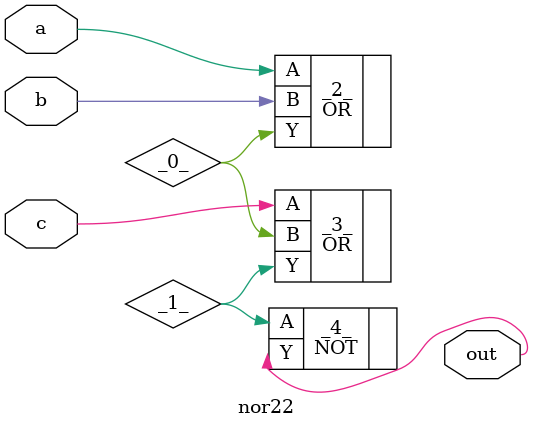
<source format=v>
/* Generated by Yosys 0.41+83 (git sha1 7045cf509, x86_64-w64-mingw32-g++ 13.2.1 -Os) */

/* cells_not_processed =  1  */
/* src = "nor22.v:2.1-11.10" */
module nor22(a, b, c, out);
  wire _0_;
  wire _1_;
  /* src = "nor22.v:3.9-3.10" */
  input a;
  wire a;
  /* src = "nor22.v:4.9-4.10" */
  input b;
  wire b;
  /* src = "nor22.v:5.9-5.10" */
  input c;
  wire c;
  /* src = "nor22.v:6.10-6.13" */
  output out;
  wire out;
  OR _2_ (
    .A(a),
    .B(b),
    .Y(_0_)
  );
  OR _3_ (
    .A(c),
    .B(_0_),
    .Y(_1_)
  );
  NOT _4_ (
    .A(_1_),
    .Y(out)
  );
endmodule

</source>
